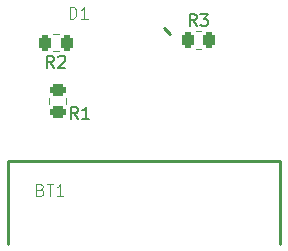
<source format=gbr>
%TF.GenerationSoftware,KiCad,Pcbnew,8.0.6*%
%TF.CreationDate,2024-12-04T16:57:49-05:00*%
%TF.ProjectId,Laser,4c617365-722e-46b6-9963-61645f706362,rev?*%
%TF.SameCoordinates,Original*%
%TF.FileFunction,Legend,Top*%
%TF.FilePolarity,Positive*%
%FSLAX46Y46*%
G04 Gerber Fmt 4.6, Leading zero omitted, Abs format (unit mm)*
G04 Created by KiCad (PCBNEW 8.0.6) date 2024-12-04 16:57:49*
%MOMM*%
%LPD*%
G01*
G04 APERTURE LIST*
G04 Aperture macros list*
%AMRoundRect*
0 Rectangle with rounded corners*
0 $1 Rounding radius*
0 $2 $3 $4 $5 $6 $7 $8 $9 X,Y pos of 4 corners*
0 Add a 4 corners polygon primitive as box body*
4,1,4,$2,$3,$4,$5,$6,$7,$8,$9,$2,$3,0*
0 Add four circle primitives for the rounded corners*
1,1,$1+$1,$2,$3*
1,1,$1+$1,$4,$5*
1,1,$1+$1,$6,$7*
1,1,$1+$1,$8,$9*
0 Add four rect primitives between the rounded corners*
20,1,$1+$1,$2,$3,$4,$5,0*
20,1,$1+$1,$4,$5,$6,$7,0*
20,1,$1+$1,$6,$7,$8,$9,0*
20,1,$1+$1,$8,$9,$2,$3,0*%
G04 Aperture macros list end*
%ADD10C,0.150000*%
%ADD11C,0.100000*%
%ADD12C,0.120000*%
%ADD13C,0.254000*%
%ADD14RoundRect,0.250000X0.262500X0.450000X-0.262500X0.450000X-0.262500X-0.450000X0.262500X-0.450000X0*%
%ADD15C,0.025400*%
%ADD16R,1.270000X0.812800*%
%ADD17RoundRect,0.250000X-0.262500X-0.450000X0.262500X-0.450000X0.262500X0.450000X-0.262500X0.450000X0*%
%ADD18R,2.540000X5.080000*%
%ADD19C,17.780000*%
%ADD20RoundRect,0.250000X-0.450000X0.262500X-0.450000X-0.262500X0.450000X-0.262500X0.450000X0.262500X0*%
G04 APERTURE END LIST*
D10*
X118925326Y-119606327D02*
X118591993Y-119130136D01*
X118353898Y-119606327D02*
X118353898Y-118606327D01*
X118353898Y-118606327D02*
X118734850Y-118606327D01*
X118734850Y-118606327D02*
X118830088Y-118653946D01*
X118830088Y-118653946D02*
X118877707Y-118701565D01*
X118877707Y-118701565D02*
X118925326Y-118796803D01*
X118925326Y-118796803D02*
X118925326Y-118939660D01*
X118925326Y-118939660D02*
X118877707Y-119034898D01*
X118877707Y-119034898D02*
X118830088Y-119082517D01*
X118830088Y-119082517D02*
X118734850Y-119130136D01*
X118734850Y-119130136D02*
X118353898Y-119130136D01*
X119306279Y-118701565D02*
X119353898Y-118653946D01*
X119353898Y-118653946D02*
X119449136Y-118606327D01*
X119449136Y-118606327D02*
X119687231Y-118606327D01*
X119687231Y-118606327D02*
X119782469Y-118653946D01*
X119782469Y-118653946D02*
X119830088Y-118701565D01*
X119830088Y-118701565D02*
X119877707Y-118796803D01*
X119877707Y-118796803D02*
X119877707Y-118892041D01*
X119877707Y-118892041D02*
X119830088Y-119034898D01*
X119830088Y-119034898D02*
X119258660Y-119606327D01*
X119258660Y-119606327D02*
X119877707Y-119606327D01*
D11*
X120261905Y-115457419D02*
X120261905Y-114457419D01*
X120261905Y-114457419D02*
X120500000Y-114457419D01*
X120500000Y-114457419D02*
X120642857Y-114505038D01*
X120642857Y-114505038D02*
X120738095Y-114600276D01*
X120738095Y-114600276D02*
X120785714Y-114695514D01*
X120785714Y-114695514D02*
X120833333Y-114885990D01*
X120833333Y-114885990D02*
X120833333Y-115028847D01*
X120833333Y-115028847D02*
X120785714Y-115219323D01*
X120785714Y-115219323D02*
X120738095Y-115314561D01*
X120738095Y-115314561D02*
X120642857Y-115409800D01*
X120642857Y-115409800D02*
X120500000Y-115457419D01*
X120500000Y-115457419D02*
X120261905Y-115457419D01*
X121785714Y-115457419D02*
X121214286Y-115457419D01*
X121500000Y-115457419D02*
X121500000Y-114457419D01*
X121500000Y-114457419D02*
X121404762Y-114600276D01*
X121404762Y-114600276D02*
X121309524Y-114695514D01*
X121309524Y-114695514D02*
X121214286Y-114743133D01*
D10*
X131001608Y-116080602D02*
X130668275Y-115604411D01*
X130430180Y-116080602D02*
X130430180Y-115080602D01*
X130430180Y-115080602D02*
X130811132Y-115080602D01*
X130811132Y-115080602D02*
X130906370Y-115128221D01*
X130906370Y-115128221D02*
X130953989Y-115175840D01*
X130953989Y-115175840D02*
X131001608Y-115271078D01*
X131001608Y-115271078D02*
X131001608Y-115413935D01*
X131001608Y-115413935D02*
X130953989Y-115509173D01*
X130953989Y-115509173D02*
X130906370Y-115556792D01*
X130906370Y-115556792D02*
X130811132Y-115604411D01*
X130811132Y-115604411D02*
X130430180Y-115604411D01*
X131334942Y-115080602D02*
X131953989Y-115080602D01*
X131953989Y-115080602D02*
X131620656Y-115461554D01*
X131620656Y-115461554D02*
X131763513Y-115461554D01*
X131763513Y-115461554D02*
X131858751Y-115509173D01*
X131858751Y-115509173D02*
X131906370Y-115556792D01*
X131906370Y-115556792D02*
X131953989Y-115652030D01*
X131953989Y-115652030D02*
X131953989Y-115890125D01*
X131953989Y-115890125D02*
X131906370Y-115985363D01*
X131906370Y-115985363D02*
X131858751Y-116032983D01*
X131858751Y-116032983D02*
X131763513Y-116080602D01*
X131763513Y-116080602D02*
X131477799Y-116080602D01*
X131477799Y-116080602D02*
X131382561Y-116032983D01*
X131382561Y-116032983D02*
X131334942Y-115985363D01*
D11*
X117784285Y-129933609D02*
X117927142Y-129981228D01*
X117927142Y-129981228D02*
X117974761Y-130028847D01*
X117974761Y-130028847D02*
X118022380Y-130124085D01*
X118022380Y-130124085D02*
X118022380Y-130266942D01*
X118022380Y-130266942D02*
X117974761Y-130362180D01*
X117974761Y-130362180D02*
X117927142Y-130409800D01*
X117927142Y-130409800D02*
X117831904Y-130457419D01*
X117831904Y-130457419D02*
X117450952Y-130457419D01*
X117450952Y-130457419D02*
X117450952Y-129457419D01*
X117450952Y-129457419D02*
X117784285Y-129457419D01*
X117784285Y-129457419D02*
X117879523Y-129505038D01*
X117879523Y-129505038D02*
X117927142Y-129552657D01*
X117927142Y-129552657D02*
X117974761Y-129647895D01*
X117974761Y-129647895D02*
X117974761Y-129743133D01*
X117974761Y-129743133D02*
X117927142Y-129838371D01*
X117927142Y-129838371D02*
X117879523Y-129885990D01*
X117879523Y-129885990D02*
X117784285Y-129933609D01*
X117784285Y-129933609D02*
X117450952Y-129933609D01*
X118308095Y-129457419D02*
X118879523Y-129457419D01*
X118593809Y-130457419D02*
X118593809Y-129457419D01*
X119736666Y-130457419D02*
X119165238Y-130457419D01*
X119450952Y-130457419D02*
X119450952Y-129457419D01*
X119450952Y-129457419D02*
X119355714Y-129600276D01*
X119355714Y-129600276D02*
X119260476Y-129695514D01*
X119260476Y-129695514D02*
X119165238Y-129743133D01*
D10*
X120956850Y-123938036D02*
X120623517Y-123461845D01*
X120385422Y-123938036D02*
X120385422Y-122938036D01*
X120385422Y-122938036D02*
X120766374Y-122938036D01*
X120766374Y-122938036D02*
X120861612Y-122985655D01*
X120861612Y-122985655D02*
X120909231Y-123033274D01*
X120909231Y-123033274D02*
X120956850Y-123128512D01*
X120956850Y-123128512D02*
X120956850Y-123271369D01*
X120956850Y-123271369D02*
X120909231Y-123366607D01*
X120909231Y-123366607D02*
X120861612Y-123414226D01*
X120861612Y-123414226D02*
X120766374Y-123461845D01*
X120766374Y-123461845D02*
X120385422Y-123461845D01*
X121909231Y-123938036D02*
X121337803Y-123938036D01*
X121623517Y-123938036D02*
X121623517Y-122938036D01*
X121623517Y-122938036D02*
X121528279Y-123080893D01*
X121528279Y-123080893D02*
X121433041Y-123176131D01*
X121433041Y-123176131D02*
X121337803Y-123223750D01*
D12*
%TO.C,R2*%
X119319057Y-116766508D02*
X118864929Y-116766508D01*
X119319057Y-118236508D02*
X118864929Y-118236508D01*
D13*
%TO.C,D1*%
X128250000Y-116250000D02*
X128750000Y-116750000D01*
D12*
%TO.C,R3*%
X130941211Y-116540783D02*
X131395339Y-116540783D01*
X130941211Y-118010783D02*
X131395339Y-118010783D01*
D13*
%TO.C,BT1*%
X115070000Y-127500000D02*
X138070000Y-127500000D01*
X115070000Y-134500000D02*
X115070000Y-127500000D01*
X138070000Y-127500000D02*
X138070000Y-134500000D01*
D12*
%TO.C,R1*%
X118498071Y-122212176D02*
X118498071Y-122666304D01*
X119968071Y-122212176D02*
X119968071Y-122666304D01*
%TD*%
%LPC*%
D14*
%TO.C,R2*%
X120004493Y-117501508D03*
X118179493Y-117501508D03*
%TD*%
D15*
%TO.C,D1*%
X125000000Y-118000000D03*
D16*
X127540000Y-117238000D03*
X122460000Y-117238000D03*
X122460000Y-118762000D03*
X127540000Y-118762000D03*
%TD*%
D17*
%TO.C,R3*%
X130255775Y-117275783D03*
X132080775Y-117275783D03*
%TD*%
D18*
%TO.C,BT1*%
X115140000Y-137500000D03*
X138000000Y-137500000D03*
D19*
X126570000Y-137500000D03*
%TD*%
D20*
%TO.C,R1*%
X119233071Y-121526740D03*
X119233071Y-123351740D03*
%TD*%
%LPD*%
M02*

</source>
